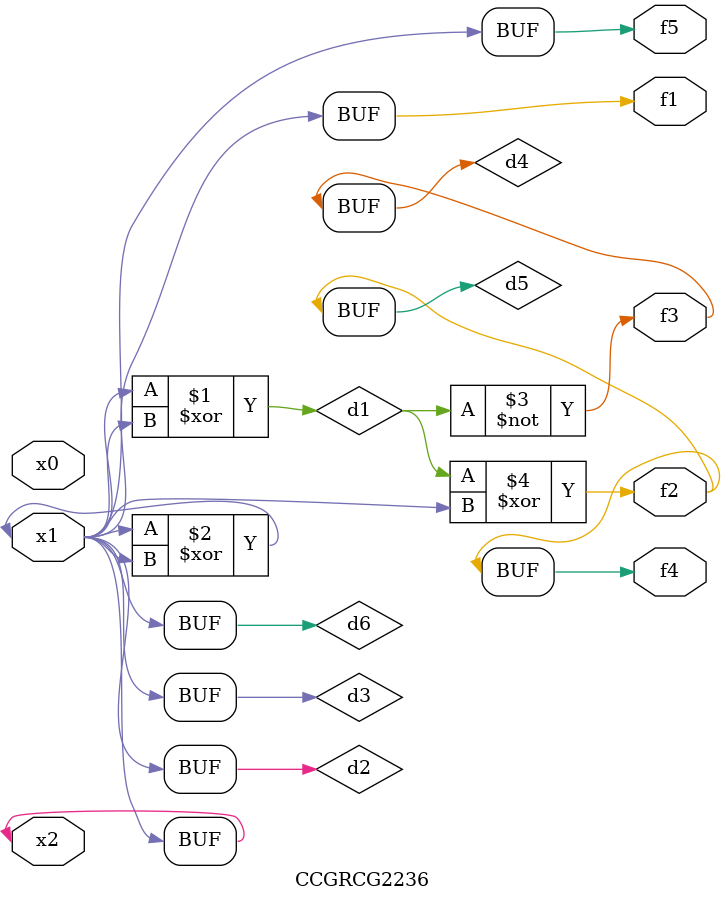
<source format=v>
module CCGRCG2236(
	input x0, x1, x2,
	output f1, f2, f3, f4, f5
);

	wire d1, d2, d3, d4, d5, d6;

	xor (d1, x1, x2);
	buf (d2, x1, x2);
	xor (d3, x1, x2);
	nor (d4, d1);
	xor (d5, d1, d2);
	buf (d6, d2, d3);
	assign f1 = d6;
	assign f2 = d5;
	assign f3 = d4;
	assign f4 = d5;
	assign f5 = d6;
endmodule

</source>
